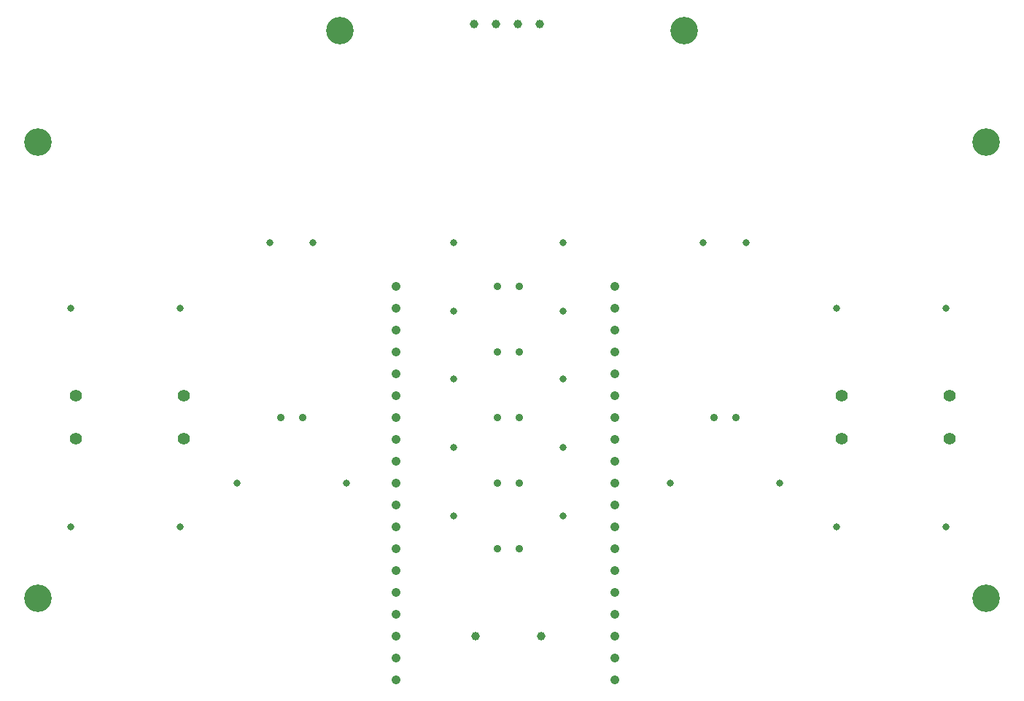
<source format=gbr>
%TF.GenerationSoftware,KiCad,Pcbnew,7.0.5*%
%TF.CreationDate,2024-08-20T20:54:53+02:00*%
%TF.ProjectId,game,67616d65-2e6b-4696-9361-645f70636258,rev?*%
%TF.SameCoordinates,Original*%
%TF.FileFunction,Plated,1,2,PTH,Drill*%
%TF.FilePolarity,Positive*%
%FSLAX46Y46*%
G04 Gerber Fmt 4.6, Leading zero omitted, Abs format (unit mm)*
G04 Created by KiCad (PCBNEW 7.0.5) date 2024-08-20 20:54:53*
%MOMM*%
%LPD*%
G01*
G04 APERTURE LIST*
%TA.AperFunction,ComponentDrill*%
%ADD10C,0.800000*%
%TD*%
%TA.AperFunction,ComponentDrill*%
%ADD11C,0.900000*%
%TD*%
%TA.AperFunction,ComponentDrill*%
%ADD12C,1.000000*%
%TD*%
%TA.AperFunction,ComponentDrill*%
%ADD13C,1.040000*%
%TD*%
%TA.AperFunction,ComponentDrill*%
%ADD14C,1.400000*%
%TD*%
%TA.AperFunction,ComponentDrill*%
%ADD15C,3.200000*%
%TD*%
G04 APERTURE END LIST*
D10*
%TO.C,R6*%
X78755104Y-89288523D03*
%TO.C,R5*%
X78755104Y-114688523D03*
%TO.C,R6*%
X91455104Y-89288523D03*
%TO.C,R5*%
X91455104Y-114688523D03*
%TO.C,R9*%
X98048854Y-109608523D03*
%TO.C,C3*%
X101898854Y-81668523D03*
X106898854Y-81668523D03*
%TO.C,R9*%
X110748854Y-109608523D03*
%TO.C,R1*%
X123196114Y-113424079D03*
%TO.C,R11*%
X123210102Y-81668523D03*
%TO.C,R4*%
X123210102Y-89607412D03*
%TO.C,R3*%
X123210102Y-97546301D03*
%TO.C,R2*%
X123210102Y-105485190D03*
%TO.C,R1*%
X135896114Y-113424079D03*
%TO.C,R11*%
X135910102Y-81668523D03*
%TO.C,R4*%
X135910102Y-89607412D03*
%TO.C,R3*%
X135910102Y-97546301D03*
%TO.C,R2*%
X135910102Y-105485190D03*
%TO.C,R10*%
X148361354Y-109608523D03*
%TO.C,C2*%
X152211354Y-81668523D03*
X157211354Y-81668523D03*
%TO.C,R10*%
X161061354Y-109608523D03*
%TO.C,R7*%
X167655104Y-89288523D03*
%TO.C,R8*%
X167655104Y-114688523D03*
%TO.C,R7*%
X180355104Y-89288523D03*
%TO.C,R8*%
X180355104Y-114688523D03*
D11*
%TO.C,yellowLED1*%
X103123854Y-101988523D03*
X105663854Y-101988523D03*
%TO.C,redLED1*%
X128271114Y-117228523D03*
%TO.C,greenLED1*%
X128285102Y-86748523D03*
%TO.C,redLED4*%
X128285102Y-94368523D03*
%TO.C,redLED3*%
X128285102Y-101988523D03*
%TO.C,redLED2*%
X128285102Y-109608523D03*
%TO.C,redLED1*%
X130811114Y-117228523D03*
%TO.C,greenLED1*%
X130825102Y-86748523D03*
%TO.C,redLED4*%
X130825102Y-94368523D03*
%TO.C,redLED3*%
X130825102Y-101988523D03*
%TO.C,redLED2*%
X130825102Y-109608523D03*
%TO.C,yellowLED2*%
X153436354Y-101988523D03*
X155976354Y-101988523D03*
D12*
%TO.C,Brd1*%
X125635104Y-56268523D03*
%TO.C,BZ1*%
X125755104Y-127388523D03*
%TO.C,Brd1*%
X128175104Y-56268523D03*
X130715104Y-56268523D03*
X133255104Y-56268523D03*
%TO.C,BZ1*%
X133355104Y-127388523D03*
D13*
%TO.C,U1*%
X116567604Y-86748523D03*
X116567604Y-89288523D03*
X116567604Y-91828523D03*
X116567604Y-94368523D03*
X116567604Y-96908523D03*
X116567604Y-99448523D03*
X116567604Y-101988523D03*
X116567604Y-104528523D03*
X116567604Y-107068523D03*
X116567604Y-109608523D03*
X116567604Y-112148523D03*
X116567604Y-114688523D03*
X116567604Y-117228523D03*
X116567604Y-119768523D03*
X116567604Y-122308523D03*
X116567604Y-124848523D03*
X116567604Y-127388523D03*
X116567604Y-129928523D03*
X116567604Y-132468523D03*
X141967604Y-86748523D03*
X141967604Y-89288523D03*
X141967604Y-91828523D03*
X141967604Y-94368523D03*
X141967604Y-96908523D03*
X141967604Y-99448523D03*
X141967604Y-101988523D03*
X141967604Y-104528523D03*
X141967604Y-107068523D03*
X141967604Y-109608523D03*
X141967604Y-112148523D03*
X141967604Y-114688523D03*
X141967604Y-117228523D03*
X141967604Y-119768523D03*
X141967604Y-122308523D03*
X141967604Y-124848523D03*
X141967604Y-127388523D03*
X141967604Y-129928523D03*
X141967604Y-132468523D03*
D14*
%TO.C,S1*%
X79405104Y-99488523D03*
X79405104Y-104488523D03*
X91905104Y-99488523D03*
X91905104Y-104488523D03*
%TO.C,S2*%
X168305104Y-99488523D03*
X168305104Y-104488523D03*
X180805104Y-99488523D03*
X180805104Y-104488523D03*
D15*
%TO.C,H2*%
X75000000Y-70000000D03*
%TO.C,H4*%
X75000000Y-123000000D03*
%TO.C,H1*%
X110000000Y-57000000D03*
%TO.C,H3*%
X150000000Y-57000000D03*
%TO.C,H5*%
X185000000Y-70000000D03*
%TO.C,H6*%
X185000000Y-123000000D03*
M02*

</source>
